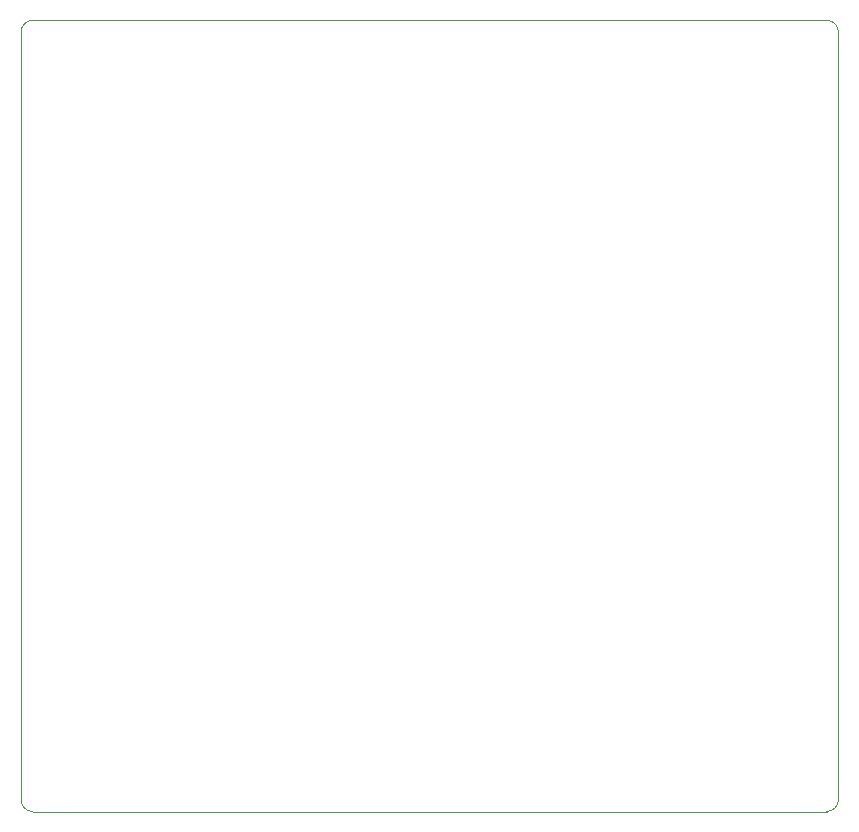
<source format=gbr>
%TF.GenerationSoftware,KiCad,Pcbnew,(6.0.6)*%
%TF.CreationDate,2022-08-06T17:38:51+02:00*%
%TF.ProjectId,STM32L053Breakout,53544d33-324c-4303-9533-427265616b6f,rev?*%
%TF.SameCoordinates,Original*%
%TF.FileFunction,Profile,NP*%
%FSLAX46Y46*%
G04 Gerber Fmt 4.6, Leading zero omitted, Abs format (unit mm)*
G04 Created by KiCad (PCBNEW (6.0.6)) date 2022-08-06 17:38:51*
%MOMM*%
%LPD*%
G01*
G04 APERTURE LIST*
%TA.AperFunction,Profile*%
%ADD10C,0.100000*%
%TD*%
G04 APERTURE END LIST*
D10*
X154200000Y-68000000D02*
X87000000Y-68000000D01*
X154200000Y-135000000D02*
X87000000Y-135000000D01*
X86000000Y-134000000D02*
X86000000Y-69000000D01*
X87000000Y-68000000D02*
G75*
G03*
X86000000Y-69000000I0J-1000000D01*
G01*
X155200000Y-69000000D02*
X155200000Y-134000000D01*
X86000000Y-134000000D02*
G75*
G03*
X87000000Y-135000000I1000000J0D01*
G01*
X155200000Y-69000000D02*
G75*
G03*
X154200000Y-68000000I-1000000J0D01*
G01*
X154200000Y-135000000D02*
G75*
G03*
X155200000Y-134000000I0J1000000D01*
G01*
M02*

</source>
